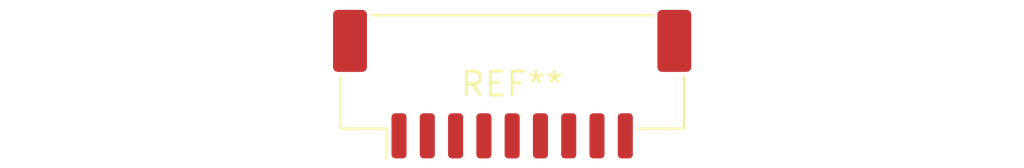
<source format=kicad_pcb>
(kicad_pcb (version 20240108) (generator pcbnew)
  (layers (0 "F.Cu" signal) (31 "B.Cu" signal) (34 "B.Paste" user) (35 "F.Paste" user) (36 "B.SilkS" user "B.Silkscreen") (37 "F.SilkS" user "F.Silkscreen") (38 "B.Mask" user) (39 "F.Mask" user) (44 "Edge.Cuts" user))
  (net 0 "")
  (footprint "JST_ZE_BM09B-ZESS-TBT_1x09-1MP_P1.50mm_Vertical" (layer "F.Cu") (at 0 0)
    (property "Reference" "REF**")
    (property "Value" "JST_ZE_BM09B-ZESS-TBT_1x09-1MP_P1.50mm_Vertical")
    (fp_line (start -9.11 -0.39) (end -9.11 2.36) (layer "F.SilkS") (stroke (width 0.12)))
    (fp_line (start -9.11 2.36) (end -6.66 2.36) (layer "F.SilkS") (stroke (width 0.12)))
    (fp_line (start -7.44 -3.66) (end 7.44 -3.66) (layer "F.SilkS") (stroke (width 0.12)))
    (fp_line (start -6.66 2.36) (end -6.66 3.95) (layer "F.SilkS") (stroke (width 0.12)))
    (fp_line (start 9.11 -0.39) (end 9.11 2.36) (layer "F.SilkS") (stroke (width 0.12)))
    (fp_line (start 9.11 2.36) (end 6.66 2.36) (layer "F.SilkS") (stroke (width 0.12)))
    (pad "1" smd roundrect (at -6 2.75) (size 0.8 2.4) (layers "F.Cu" "F.Paste" "F.Mask"))
    (pad "2" smd roundrect (at -4.5 2.75) (size 0.8 2.4) (layers "F.Cu" "F.Paste" "F.Mask"))
    (pad "3" smd roundrect (at -3 2.75) (size 0.8 2.4) (layers "F.Cu" "F.Paste" "F.Mask"))
    (pad "4" smd roundrect (at -1.5 2.75) (size 0.8 2.4) (layers "F.Cu" "F.Paste" "F.Mask"))
    (pad "5" smd roundrect (at 0 2.75) (size 0.8 2.4) (layers "F.Cu" "F.Paste" "F.Mask"))
    (pad "6" smd roundrect (at 1.5 2.75) (size 0.8 2.4) (layers "F.Cu" "F.Paste" "F.Mask"))
    (pad "7" smd roundrect (at 3 2.75) (size 0.8 2.4) (layers "F.Cu" "F.Paste" "F.Mask"))
    (pad "8" smd roundrect (at 4.5 2.75) (size 0.8 2.4) (layers "F.Cu" "F.Paste" "F.Mask"))
    (pad "9" smd roundrect (at 6 2.75) (size 0.8 2.4) (layers "F.Cu" "F.Paste" "F.Mask"))
    (pad "MP" smd roundrect (at -8.6 -2.3) (size 1.8 3.3) (layers "F.Cu" "F.Paste" "F.Mask") (roundrect_rratio 0.138889))
    (pad "MP" smd roundrect (at 8.6 -2.3) (size 1.8 3.3) (layers "F.Cu" "F.Paste" "F.Mask") (roundrect_rratio 0.138889))
  )
)
</source>
